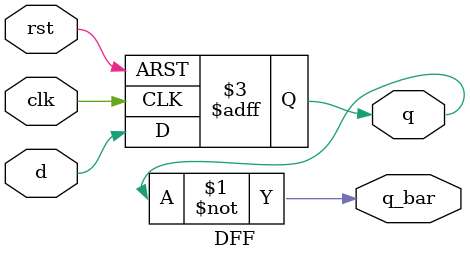
<source format=v>

module DFF (
    input wire clk,
    input wire rst,
    input wire d,
    output reg q,
    output wire q_bar
);
    assign q_bar = ~q;

    always @(posedge clk or posedge rst) begin
        if (rst)
            q <= 1'b0;
        else
            q <= d;
    end
endmodule

</source>
